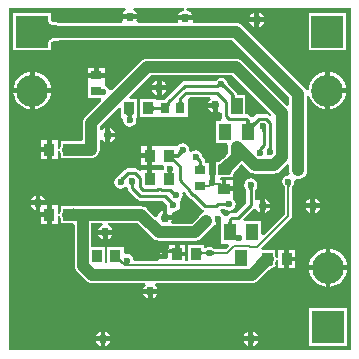
<source format=gbl>
G04*
G04 #@! TF.GenerationSoftware,Altium Limited,Altium Designer,20.0.12 (288)*
G04*
G04 Layer_Physical_Order=2*
G04 Layer_Color=16711680*
%FSLAX44Y44*%
%MOMM*%
G71*
G01*
G75*
%ADD10C,0.2000*%
%ADD11C,0.2500*%
%ADD32R,0.9000X1.0500*%
%ADD39R,0.8000X0.9500*%
%ADD43C,1.0000*%
%ADD44C,0.3000*%
%ADD47R,2.7000X2.7000*%
%ADD48C,2.7000*%
%ADD49C,0.7500*%
%ADD50C,0.6000*%
%ADD51R,0.9500X0.8000*%
%ADD52R,1.0000X1.4000*%
%ADD53R,1.0500X0.9000*%
G36*
X295000Y5000D02*
X5000D01*
Y295000D01*
X103803D01*
X104410Y293000D01*
X102965Y292035D01*
X101575Y289954D01*
X101485Y289500D01*
X113515D01*
X113425Y289954D01*
X112035Y292035D01*
X110590Y293000D01*
X111197Y295000D01*
X153732D01*
X153929Y293000D01*
X152296Y292675D01*
X150215Y291285D01*
X148825Y289204D01*
X148735Y288750D01*
X160765D01*
X160675Y289204D01*
X159285Y291285D01*
X157204Y292675D01*
X155571Y293000D01*
X155768Y295000D01*
X295000D01*
Y5000D01*
D02*
G37*
%LPC*%
G36*
X217000Y291015D02*
Y287000D01*
X221015D01*
X220925Y287454D01*
X219535Y289535D01*
X217454Y290925D01*
X217000Y291015D01*
D02*
G37*
G36*
X213000D02*
X212546Y290925D01*
X210465Y289535D01*
X209075Y287454D01*
X208985Y287000D01*
X213000D01*
Y291015D01*
D02*
G37*
G36*
X221015Y283000D02*
X217000D01*
Y278985D01*
X217454Y279075D01*
X219535Y280465D01*
X220925Y282546D01*
X221015Y283000D01*
D02*
G37*
G36*
X213000D02*
X208985D01*
X209075Y282546D01*
X210465Y280465D01*
X212546Y279075D01*
X213000Y278985D01*
Y283000D01*
D02*
G37*
G36*
X291000Y291000D02*
X259000D01*
Y259000D01*
X291000D01*
Y291000D01*
D02*
G37*
G36*
X86540Y244540D02*
X81250D01*
Y240000D01*
X86540D01*
Y244540D01*
D02*
G37*
G36*
X77250D02*
X71960D01*
Y240000D01*
X77250D01*
Y244540D01*
D02*
G37*
G36*
X134500Y233515D02*
Y229500D01*
X138515D01*
X138425Y229954D01*
X137035Y232035D01*
X134954Y233425D01*
X134500Y233515D01*
D02*
G37*
G36*
X130500D02*
X130046Y233425D01*
X127965Y232035D01*
X126575Y229954D01*
X126485Y229500D01*
X130500D01*
Y233515D01*
D02*
G37*
G36*
X27000Y240921D02*
Y227000D01*
X40921D01*
X40808Y228144D01*
X39891Y231168D01*
X38401Y233955D01*
X36397Y236397D01*
X33955Y238401D01*
X31168Y239891D01*
X28144Y240808D01*
X27000Y240921D01*
D02*
G37*
G36*
X277000D02*
Y227000D01*
X290921D01*
X290808Y228144D01*
X289891Y231168D01*
X288401Y233955D01*
X286397Y236397D01*
X283955Y238401D01*
X281168Y239891D01*
X278144Y240808D01*
X277000Y240921D01*
D02*
G37*
G36*
X23000D02*
X21856Y240808D01*
X18832Y239891D01*
X16046Y238401D01*
X13603Y236397D01*
X11599Y233955D01*
X10109Y231168D01*
X9192Y228144D01*
X9079Y227000D01*
X23000D01*
Y240921D01*
D02*
G37*
G36*
X138515Y225500D02*
X134500D01*
Y221485D01*
X134954Y221575D01*
X137035Y222965D01*
X138425Y225046D01*
X138515Y225500D01*
D02*
G37*
G36*
X130500D02*
X126485D01*
X126575Y225046D01*
X127965Y222965D01*
X130046Y221575D01*
X130500Y221485D01*
Y225500D01*
D02*
G37*
G36*
X41000Y291000D02*
X9000D01*
Y259000D01*
X41000D01*
Y264979D01*
X41043Y265383D01*
X41137Y265648D01*
X41294Y265884D01*
X41588Y266156D01*
X42098Y266467D01*
X42865Y266779D01*
X43895Y267056D01*
X45180Y267269D01*
X46709Y267404D01*
X47902Y267435D01*
X194367D01*
X242435Y219367D01*
Y212878D01*
X240435Y212050D01*
X202493Y249992D01*
X201030Y251115D01*
X199327Y251820D01*
X197500Y252060D01*
X122351D01*
X120523Y251820D01*
X118820Y251115D01*
X117358Y249992D01*
X92560Y225194D01*
X90561Y225618D01*
X90332Y225795D01*
X89215Y227465D01*
X87396Y228681D01*
X86500Y228859D01*
Y231460D01*
X86540D01*
Y236000D01*
X79250D01*
X71960D01*
Y231460D01*
X72000D01*
Y218500D01*
X82833D01*
X82956Y218418D01*
X83132Y218189D01*
X83556Y216190D01*
X70008Y202642D01*
X68885Y201180D01*
X68180Y199477D01*
X67940Y197649D01*
Y183486D01*
X66517Y182080D01*
X62000Y182133D01*
Y182250D01*
X60018D01*
X59974Y182259D01*
X59972Y182258D01*
X59970Y182259D01*
X59926Y182250D01*
X49000D01*
Y177599D01*
X48680Y176827D01*
X48594Y176170D01*
X48540Y175763D01*
X46540Y175894D01*
Y182790D01*
X41500D01*
Y175000D01*
Y167210D01*
X46540D01*
Y174106D01*
X48540Y174237D01*
X48594Y173829D01*
X48680Y173173D01*
X49000Y172400D01*
Y167750D01*
X59926D01*
X59970Y167741D01*
X59992Y167746D01*
X60014Y167742D01*
X60389Y167750D01*
X62000D01*
Y167785D01*
X69026Y167939D01*
X75000D01*
X76827Y168180D01*
X78530Y168885D01*
X79992Y170007D01*
X81115Y171470D01*
X81820Y173173D01*
X82060Y175000D01*
Y182964D01*
X84060Y183571D01*
X84465Y182965D01*
X86546Y181575D01*
X87000Y181485D01*
Y187500D01*
Y193515D01*
X86546Y193425D01*
X84465Y192035D01*
X84060Y191429D01*
X82060Y192036D01*
Y194725D01*
X98152Y210817D01*
X100000Y210051D01*
Y202250D01*
X100301D01*
X101942Y200250D01*
X101892Y200000D01*
X102319Y197854D01*
X103535Y196035D01*
X105354Y194819D01*
X107500Y194392D01*
X109646Y194819D01*
X111465Y196035D01*
X112681Y197854D01*
X113108Y200000D01*
X113058Y200250D01*
X114000Y202250D01*
X114000D01*
Y217750D01*
X107698D01*
X106933Y219598D01*
X125275Y237940D01*
X194576D01*
X228158Y204357D01*
X228085Y203990D01*
X225915Y203331D01*
X225292Y203954D01*
X224052Y204782D01*
X222589Y205073D01*
X216750D01*
X215287Y204782D01*
X214046Y203954D01*
X212598Y202505D01*
X210204Y202489D01*
X208739Y203954D01*
X207499Y204782D01*
X206035Y205073D01*
X205500D01*
Y221500D01*
X198759D01*
X198511Y222745D01*
X197682Y223986D01*
X190851Y230817D01*
X190751Y230937D01*
X190692Y231020D01*
X190631Y231116D01*
X190585Y231199D01*
X190552Y231269D01*
X190529Y231327D01*
X190514Y231374D01*
X190484Y231506D01*
X190397Y231696D01*
X190237Y232500D01*
X189022Y234320D01*
X187202Y235535D01*
X185056Y235962D01*
X182910Y235535D01*
X181091Y234320D01*
X180293Y233125D01*
X154301D01*
X152838Y232834D01*
X151598Y232005D01*
X137546Y217954D01*
X137076Y217250D01*
X131000D01*
X130000Y217750D01*
Y217750D01*
X116000D01*
Y202250D01*
X130000D01*
Y202250D01*
X131000Y202750D01*
X157000D01*
Y217250D01*
X157000D01*
X156927Y217426D01*
X158263Y219427D01*
X175445D01*
X176051Y217427D01*
X175465Y217035D01*
X174075Y214954D01*
X173985Y214500D01*
X180000D01*
Y212500D01*
X182000D01*
Y206485D01*
X182454Y206575D01*
X183426Y207225D01*
X185427Y206156D01*
Y203447D01*
X185718Y201984D01*
X186041Y201500D01*
X185081Y199500D01*
X181000D01*
Y180500D01*
X189774D01*
X191151Y178500D01*
X191028Y177565D01*
Y171762D01*
X188858Y169593D01*
X186562Y167474D01*
X184587Y165860D01*
X183801Y165302D01*
X183133Y164890D01*
X182625Y164636D01*
X182327Y164534D01*
X182078Y164500D01*
X180250D01*
Y162334D01*
X180247Y162312D01*
X180250Y162302D01*
Y153898D01*
X179500Y153317D01*
Y146850D01*
X175500D01*
Y153317D01*
X174750Y153898D01*
Y164000D01*
X171323D01*
Y165000D01*
X171032Y166463D01*
X170204Y167704D01*
X169095Y168812D01*
X169059Y168861D01*
X169011Y168935D01*
X168996Y168963D01*
X168575Y171081D01*
X167359Y172901D01*
X165540Y174116D01*
X163394Y174543D01*
X161248Y174116D01*
X159775Y173132D01*
X158464Y173690D01*
X157933Y174124D01*
X158107Y175000D01*
X157681Y177146D01*
X156465Y178965D01*
X154646Y180180D01*
X152500Y180607D01*
X150354Y180180D01*
X148534Y178965D01*
X148532Y178961D01*
X148239Y178528D01*
X147500Y177750D01*
X133523D01*
X131540Y177790D01*
X131517Y177790D01*
X126500D01*
Y170000D01*
Y162210D01*
X131517D01*
X131540Y162210D01*
X133523Y162250D01*
X135780D01*
X136535Y160838D01*
X136665Y160250D01*
X136280Y158316D01*
X135816Y157750D01*
X133500D01*
Y157750D01*
X131540Y157790D01*
Y157790D01*
X131517Y157790D01*
X126500D01*
Y150000D01*
X122500D01*
Y157790D01*
X117460D01*
Y157790D01*
X115856Y157126D01*
X114890Y158091D01*
X113650Y158920D01*
X112187Y159211D01*
X106181D01*
X104718Y158920D01*
X103477Y158091D01*
X98013Y152627D01*
X97821Y152460D01*
X97676Y152346D01*
X96034Y151250D01*
X94819Y149430D01*
X94392Y147284D01*
X94819Y145138D01*
X96034Y143319D01*
X97854Y142103D01*
X100000Y141677D01*
X102146Y142103D01*
X103965Y143319D01*
X103970Y143326D01*
X104080Y143401D01*
X106030Y142809D01*
Y142522D01*
X106321Y141059D01*
X107150Y139819D01*
X113922Y133046D01*
X115163Y132218D01*
X116626Y131927D01*
X135620D01*
X139036Y128511D01*
X139057Y128482D01*
X139085Y128435D01*
X139085Y128434D01*
X139083Y128376D01*
X139085Y128363D01*
X139008Y127974D01*
X139434Y125828D01*
X139635Y125528D01*
X139500Y125326D01*
Y119500D01*
X143515D01*
X143425Y119954D01*
X142955Y120657D01*
X144158Y122457D01*
X144615Y122366D01*
X146761Y122793D01*
X148581Y124009D01*
X149796Y125828D01*
X150223Y127974D01*
X149796Y130120D01*
X150602Y132514D01*
X150891Y132707D01*
X152106Y134526D01*
X152533Y136672D01*
X152183Y138431D01*
X153337Y139382D01*
X153833Y139610D01*
X155345Y138097D01*
X155468Y137483D01*
X156296Y136243D01*
X158493Y134046D01*
X159733Y133217D01*
X160347Y133095D01*
X168646Y124796D01*
X169887Y123968D01*
X170595Y123827D01*
X170673Y121820D01*
X168970Y121115D01*
X167508Y119992D01*
X166385Y118530D01*
X166167Y118002D01*
X160225Y112060D01*
X143836D01*
X142767Y114060D01*
X143425Y115046D01*
X143515Y115500D01*
X137500D01*
Y117500D01*
X135500D01*
Y123515D01*
X135046Y123425D01*
X132965Y122035D01*
X131575Y119954D01*
X131373Y118940D01*
X129203Y118282D01*
X122493Y124992D01*
X121030Y126115D01*
X119327Y126820D01*
X117500Y127060D01*
X68186D01*
X62000Y127133D01*
Y127250D01*
X60017D01*
X59974Y127259D01*
X59971Y127258D01*
X59970Y127259D01*
X59926Y127250D01*
X49000D01*
Y122599D01*
X48680Y121827D01*
X48594Y121170D01*
X48540Y120762D01*
X46540Y120893D01*
Y127790D01*
X41500D01*
Y120000D01*
Y112210D01*
X46540D01*
Y119106D01*
X48540Y119237D01*
X48594Y118829D01*
X48680Y118172D01*
X49000Y117400D01*
Y112750D01*
X59926D01*
X59970Y112741D01*
X60280Y112234D01*
X60940Y110973D01*
Y76851D01*
X61180Y75023D01*
X61886Y73320D01*
X63008Y71858D01*
X70858Y64008D01*
X72321Y62885D01*
X74024Y62180D01*
X75851Y61940D01*
X120464D01*
X121071Y59940D01*
X120465Y59535D01*
X119075Y57454D01*
X118985Y57000D01*
X131015D01*
X130925Y57454D01*
X129535Y59535D01*
X128929Y59940D01*
X129536Y61940D01*
X210750D01*
X212577Y62180D01*
X214280Y62885D01*
X215742Y64008D01*
X221152Y69417D01*
X223058Y71241D01*
X225289Y73142D01*
X226231Y73849D01*
X227076Y74414D01*
X227797Y74825D01*
X228372Y75085D01*
X228769Y75205D01*
X228853Y75215D01*
X230839Y75250D01*
D01*
X231000Y75250D01*
X231003Y77123D01*
X231000Y77145D01*
X231000Y77250D01*
Y79901D01*
X231320Y80673D01*
X231406Y81330D01*
X231460Y81737D01*
X233460Y81606D01*
Y74710D01*
X238500D01*
Y82500D01*
Y90290D01*
X233460D01*
Y83394D01*
X231460Y83263D01*
X231406Y83671D01*
X231320Y84328D01*
X231000Y85100D01*
Y89750D01*
X220197D01*
X220188Y89753D01*
X220166Y89750D01*
X219647D01*
X218819Y91750D01*
X244089Y117020D01*
X244752Y118013D01*
X244985Y119183D01*
X244985Y119184D01*
Y143621D01*
X245004Y143714D01*
X245032Y143806D01*
X245068Y143898D01*
X245114Y143992D01*
X245173Y144091D01*
X245248Y144196D01*
X245316Y144278D01*
X245531Y144421D01*
X246636Y146075D01*
X247024Y148026D01*
X246932Y148488D01*
X247302Y149056D01*
X248648Y150113D01*
X250000Y149935D01*
X251958Y150193D01*
X253782Y150949D01*
X255349Y152151D01*
X256551Y153718D01*
X257307Y155542D01*
X257565Y157500D01*
Y220331D01*
X259565Y220627D01*
X260109Y218832D01*
X261599Y216045D01*
X263603Y213603D01*
X266045Y211599D01*
X268832Y210109D01*
X271856Y209192D01*
X273000Y209079D01*
Y225000D01*
Y240921D01*
X271856Y240808D01*
X268832Y239891D01*
X266045Y238401D01*
X263603Y236397D01*
X261599Y233955D01*
X260109Y231168D01*
X259192Y228144D01*
X258953Y225711D01*
X256913Y225409D01*
X256551Y226282D01*
X255349Y227849D01*
X202849Y280349D01*
X201282Y281551D01*
X199458Y282307D01*
X197500Y282565D01*
X161600D01*
X161127Y283449D01*
X160729Y284565D01*
X160765Y284750D01*
X148735D01*
X148771Y284565D01*
X148373Y283449D01*
X147900Y282565D01*
X114173D01*
X113104Y284565D01*
X113425Y285046D01*
X113515Y285500D01*
X101485D01*
X101575Y285046D01*
X101896Y284565D01*
X100827Y282565D01*
X47902D01*
X46709Y282596D01*
X45180Y282731D01*
X43895Y282944D01*
X42865Y283221D01*
X42098Y283533D01*
X41588Y283844D01*
X41294Y284116D01*
X41137Y284352D01*
X41043Y284617D01*
X41000Y285021D01*
Y291000D01*
D02*
G37*
G36*
X290921Y223000D02*
X277000D01*
Y209079D01*
X278144Y209192D01*
X281168Y210109D01*
X283955Y211599D01*
X286397Y213603D01*
X288401Y216045D01*
X289891Y218832D01*
X290808Y221856D01*
X290921Y223000D01*
D02*
G37*
G36*
X40921D02*
X27000D01*
Y209079D01*
X28144Y209192D01*
X31168Y210109D01*
X33955Y211599D01*
X36397Y213603D01*
X38401Y216045D01*
X39891Y218832D01*
X40808Y221856D01*
X40921Y223000D01*
D02*
G37*
G36*
X23000D02*
X9079D01*
X9192Y221856D01*
X10109Y218832D01*
X11599Y216045D01*
X13603Y213603D01*
X16046Y211599D01*
X18832Y210109D01*
X21856Y209192D01*
X23000Y209079D01*
Y223000D01*
D02*
G37*
G36*
X178000Y210500D02*
X173985D01*
X174075Y210046D01*
X175465Y207965D01*
X177546Y206575D01*
X178000Y206485D01*
Y210500D01*
D02*
G37*
G36*
X91000Y193515D02*
Y189500D01*
X95015D01*
X94925Y189954D01*
X93535Y192035D01*
X91454Y193425D01*
X91000Y193515D01*
D02*
G37*
G36*
X95015Y185500D02*
X91000D01*
Y181485D01*
X91454Y181575D01*
X93535Y182965D01*
X94925Y185046D01*
X95015Y185500D01*
D02*
G37*
G36*
X37500Y182790D02*
X32460D01*
Y177000D01*
X37500D01*
Y182790D01*
D02*
G37*
G36*
X122500Y177790D02*
X117460D01*
Y172000D01*
X122500D01*
Y177790D01*
D02*
G37*
G36*
X37500Y173000D02*
X32460D01*
Y167210D01*
X37500D01*
Y173000D01*
D02*
G37*
G36*
X122500Y168000D02*
X117460D01*
Y162210D01*
X122500D01*
Y168000D01*
D02*
G37*
G36*
X32000Y136015D02*
Y132000D01*
X36015D01*
X35925Y132454D01*
X34535Y134535D01*
X32454Y135925D01*
X32000Y136015D01*
D02*
G37*
G36*
X28000D02*
X27546Y135925D01*
X25465Y134535D01*
X24075Y132454D01*
X23985Y132000D01*
X28000D01*
Y136015D01*
D02*
G37*
G36*
X264500Y133515D02*
Y129500D01*
X268515D01*
X268425Y129954D01*
X267035Y132035D01*
X264954Y133425D01*
X264500Y133515D01*
D02*
G37*
G36*
X260500D02*
X260046Y133425D01*
X257965Y132035D01*
X256575Y129954D01*
X256485Y129500D01*
X260500D01*
Y133515D01*
D02*
G37*
G36*
X28000Y128000D02*
X23985D01*
X24075Y127546D01*
X25465Y125465D01*
X27546Y124075D01*
X28000Y123985D01*
Y128000D01*
D02*
G37*
G36*
X37377D02*
X32000D01*
Y122414D01*
X32460Y122037D01*
Y122000D01*
X37500D01*
Y127851D01*
X37377Y128000D01*
D02*
G37*
G36*
X268515Y125500D02*
X264500D01*
Y121485D01*
X264954Y121575D01*
X267035Y122965D01*
X268425Y125046D01*
X268515Y125500D01*
D02*
G37*
G36*
X260500D02*
X256485D01*
X256575Y125046D01*
X257965Y122965D01*
X260046Y121575D01*
X260500Y121485D01*
Y125500D01*
D02*
G37*
G36*
X37500Y118000D02*
X32460D01*
Y112210D01*
X37500D01*
Y118000D01*
D02*
G37*
G36*
X247540Y90290D02*
X242500D01*
Y84500D01*
X247540D01*
Y90290D01*
D02*
G37*
G36*
X277500Y90921D02*
Y77000D01*
X291421D01*
X291308Y78144D01*
X290391Y81168D01*
X288901Y83954D01*
X286897Y86397D01*
X284454Y88401D01*
X281668Y89891D01*
X278644Y90808D01*
X277500Y90921D01*
D02*
G37*
G36*
X273500D02*
X272356Y90808D01*
X269332Y89891D01*
X266546Y88401D01*
X264103Y86397D01*
X262099Y83954D01*
X260609Y81168D01*
X259692Y78144D01*
X259579Y77000D01*
X273500D01*
Y90921D01*
D02*
G37*
G36*
X247540Y80500D02*
X242500D01*
Y74710D01*
X247540D01*
Y80500D01*
D02*
G37*
G36*
X273500Y73000D02*
X259579D01*
X259692Y71856D01*
X260609Y68832D01*
X262099Y66045D01*
X264103Y63603D01*
X266546Y61599D01*
X269332Y60109D01*
X272356Y59192D01*
X273500Y59079D01*
Y73000D01*
D02*
G37*
G36*
X291421D02*
X277500D01*
Y59079D01*
X278644Y59192D01*
X281668Y60109D01*
X284454Y61599D01*
X286897Y63603D01*
X288901Y66045D01*
X290391Y68832D01*
X291308Y71856D01*
X291421Y73000D01*
D02*
G37*
G36*
X131015Y53000D02*
X127000D01*
Y48985D01*
X127454Y49075D01*
X129535Y50465D01*
X130925Y52546D01*
X131015Y53000D01*
D02*
G37*
G36*
X123000D02*
X118985D01*
X119075Y52546D01*
X120465Y50465D01*
X122546Y49075D01*
X123000Y48985D01*
Y53000D01*
D02*
G37*
G36*
X212000Y21015D02*
Y17000D01*
X216015D01*
X215925Y17454D01*
X214535Y19535D01*
X212454Y20925D01*
X212000Y21015D01*
D02*
G37*
G36*
X208000D02*
X207546Y20925D01*
X205465Y19535D01*
X204075Y17454D01*
X203985Y17000D01*
X208000D01*
Y21015D01*
D02*
G37*
G36*
X87000D02*
Y17000D01*
X91015D01*
X90925Y17454D01*
X89535Y19535D01*
X87454Y20925D01*
X87000Y21015D01*
D02*
G37*
G36*
X83000D02*
X82546Y20925D01*
X80465Y19535D01*
X79075Y17454D01*
X78985Y17000D01*
X83000D01*
Y21015D01*
D02*
G37*
G36*
X291500Y41000D02*
X259500D01*
Y9000D01*
X291500D01*
Y41000D01*
D02*
G37*
G36*
X216015Y13000D02*
X212000D01*
Y8985D01*
X212454Y9075D01*
X214535Y10465D01*
X215925Y12546D01*
X216015Y13000D01*
D02*
G37*
G36*
X208000D02*
X203985D01*
X204075Y12546D01*
X205465Y10465D01*
X207546Y9075D01*
X208000Y8985D01*
Y13000D01*
D02*
G37*
G36*
X91015D02*
X87000D01*
Y8985D01*
X87454Y9075D01*
X89535Y10465D01*
X90925Y12546D01*
X91015Y13000D01*
D02*
G37*
G36*
X83000D02*
X78985D01*
X79075Y12546D01*
X80465Y10465D01*
X82546Y9075D01*
X83000Y8985D01*
Y13000D01*
D02*
G37*
%LPD*%
G36*
X38539Y284050D02*
X38840Y283200D01*
X39342Y282450D01*
X40044Y281800D01*
X40947Y281250D01*
X42050Y280800D01*
X43354Y280450D01*
X44859Y280200D01*
X46564Y280050D01*
X48470Y280000D01*
Y270000D01*
X46564Y269950D01*
X44859Y269800D01*
X43354Y269550D01*
X42050Y269200D01*
X40947Y268750D01*
X40044Y268200D01*
X39342Y267550D01*
X38840Y266800D01*
X38539Y265950D01*
X38439Y265000D01*
Y285000D01*
X38539Y284050D01*
D02*
G37*
G36*
X188053Y230703D02*
X188123Y230481D01*
X188210Y230259D01*
X188314Y230038D01*
X188436Y229817D01*
X188576Y229597D01*
X188732Y229377D01*
X189098Y228939D01*
X189307Y228721D01*
X187941Y226552D01*
X187718Y226761D01*
X187495Y226943D01*
X187270Y227098D01*
X187046Y227226D01*
X186821Y227327D01*
X186595Y227400D01*
X186369Y227446D01*
X186142Y227465D01*
X185915Y227457D01*
X185687Y227421D01*
X188001Y230926D01*
X188053Y230703D01*
D02*
G37*
G36*
X83952Y224775D02*
X83991Y224769D01*
X84057Y224765D01*
X85001Y224750D01*
X85250Y224750D01*
Y222250D01*
X83939Y222220D01*
Y224781D01*
X83952Y224775D01*
D02*
G37*
G36*
X82813Y221750D02*
X82728Y221845D01*
X82616Y221930D01*
X82477Y222005D01*
X82311Y222070D01*
X82118Y222125D01*
X81898Y222170D01*
X81651Y222205D01*
X81077Y222245D01*
X80750Y222250D01*
Y224750D01*
X81077Y224755D01*
X81651Y224795D01*
X81898Y224830D01*
X82118Y224875D01*
X82311Y224930D01*
X82477Y224995D01*
X82616Y225070D01*
X82728Y225155D01*
X82813Y225250D01*
Y221750D01*
D02*
G37*
G36*
X196239Y220843D02*
X196271Y220450D01*
X196324Y220103D01*
X196399Y219802D01*
X196495Y219548D01*
X196611Y219340D01*
X196749Y219178D01*
X196909Y219062D01*
X197090Y218993D01*
X197291Y218969D01*
X193030D01*
X193163Y218993D01*
X193282Y219062D01*
X193387Y219178D01*
X193477Y219340D01*
X193554Y219548D01*
X193617Y219802D01*
X193666Y220103D01*
X193701Y220450D01*
X193729Y221282D01*
X196229D01*
X196239Y220843D01*
D02*
G37*
G36*
X151762Y216739D02*
X151800Y216309D01*
X151862Y215929D01*
X151950Y215600D01*
X152062Y215322D01*
X152200Y215094D01*
X152362Y214917D01*
X152550Y214790D01*
X152762Y214714D01*
X153000Y214689D01*
X148000D01*
X148237Y214714D01*
X148450Y214790D01*
X148637Y214917D01*
X148800Y215094D01*
X148937Y215322D01*
X149050Y215600D01*
X149137Y215929D01*
X149200Y216309D01*
X149237Y216739D01*
X149250Y217220D01*
X151750D01*
X151762Y216739D01*
D02*
G37*
G36*
X133561Y207500D02*
X133536Y207738D01*
X133460Y207950D01*
X133333Y208137D01*
X133156Y208300D01*
X132928Y208438D01*
X132650Y208550D01*
X132321Y208638D01*
X131941Y208700D01*
X131511Y208738D01*
X131031Y208750D01*
Y211250D01*
X131511Y211262D01*
X131941Y211300D01*
X132321Y211362D01*
X132650Y211450D01*
X132928Y211562D01*
X133156Y211700D01*
X133333Y211863D01*
X133460Y212050D01*
X133536Y212262D01*
X133561Y212500D01*
Y207500D01*
D02*
G37*
G36*
X127494Y212262D02*
X127570Y212050D01*
X127695Y211863D01*
X127870Y211700D01*
X128095Y211562D01*
X128370Y211450D01*
X128694Y211362D01*
X129069Y211300D01*
X129494Y211262D01*
X129970Y211250D01*
Y208750D01*
X129494Y208738D01*
X129069Y208700D01*
X128694Y208638D01*
X128370Y208550D01*
X128095Y208438D01*
X127870Y208300D01*
X127695Y208137D01*
X127570Y207950D01*
X127494Y207738D01*
X127470Y207500D01*
Y212500D01*
X127494Y212262D01*
D02*
G37*
G36*
X110215Y204781D02*
X109960Y204690D01*
X109735Y204538D01*
X109540Y204326D01*
X109375Y204053D01*
X109240Y203720D01*
X109135Y203326D01*
X109110Y203175D01*
X109150Y203000D01*
X109216Y202786D01*
X109294Y202593D01*
X109384Y202421D01*
X109486Y202271D01*
X109600Y202142D01*
X109009D01*
X109000Y201780D01*
X106000D01*
X105990Y202142D01*
X105400D01*
X105514Y202271D01*
X105616Y202421D01*
X105706Y202593D01*
X105784Y202786D01*
X105850Y203000D01*
X105890Y203175D01*
X105865Y203326D01*
X105760Y203720D01*
X105625Y204053D01*
X105460Y204326D01*
X105265Y204538D01*
X105040Y204690D01*
X104785Y204781D01*
X104500Y204811D01*
X110500D01*
X110215Y204781D01*
D02*
G37*
G36*
X208762Y198995D02*
X208800Y198570D01*
X208862Y198195D01*
X208950Y197869D01*
X209062Y197595D01*
X209200Y197369D01*
X209363Y197194D01*
X209550Y197069D01*
X209762Y196994D01*
X210000Y196970D01*
X208934D01*
X209128Y196828D01*
X209358Y196757D01*
X209623D01*
X209924Y196828D01*
X210260Y196970D01*
X210631Y197182D01*
X211038Y197465D01*
X211480Y197818D01*
X212470Y198737D01*
X214237Y196970D01*
X213742Y196457D01*
X212964Y195538D01*
X212682Y195131D01*
X212470Y194760D01*
X212328Y194424D01*
X212257Y194123D01*
Y193858D01*
X212328Y193628D01*
X212470Y193434D01*
X208934Y196970D01*
X205000D01*
X205238Y196994D01*
X205450Y197069D01*
X205637Y197194D01*
X205800Y197369D01*
X205938Y197595D01*
X206050Y197869D01*
X206138Y198195D01*
X206200Y198570D01*
X206238Y198995D01*
X206250Y199470D01*
X208750D01*
X208762Y198995D01*
D02*
G37*
G36*
X222736Y193732D02*
X222686Y193526D01*
X222643Y193281D01*
X222573Y192674D01*
X222526Y191911D01*
X222500Y190473D01*
X220000Y190200D01*
X219990Y190510D01*
X219959Y190795D01*
X219909Y191055D01*
X219837Y191290D01*
X219746Y191500D01*
X219634Y191685D01*
X219502Y191846D01*
X219350Y191981D01*
X219177Y192092D01*
X218984Y192177D01*
X222791Y193900D01*
X222736Y193732D01*
D02*
G37*
G36*
X227696Y177137D02*
X227721Y176848D01*
X227764Y176574D01*
X227823Y176313D01*
X227900Y176068D01*
X227993Y175837D01*
X228104Y175620D01*
X228231Y175417D01*
X228376Y175229D01*
X228537Y175055D01*
X224337D01*
X224499Y175229D01*
X224643Y175417D01*
X224771Y175620D01*
X224881Y175837D01*
X224975Y176068D01*
X225051Y176313D01*
X225111Y176574D01*
X225153Y176848D01*
X225179Y177137D01*
X225187Y177440D01*
X227687D01*
X227696Y177137D01*
D02*
G37*
G36*
X219206Y174218D02*
X216647Y174626D01*
X216661Y174642D01*
X216674Y174681D01*
X216686Y174743D01*
X216696Y174828D01*
X216716Y175222D01*
X216723Y175823D01*
X219223D01*
X219206Y174218D01*
D02*
G37*
G36*
X152470Y172000D02*
X152233Y171991D01*
X151997Y171960D01*
X151764Y171907D01*
X151532Y171832D01*
X151303Y171735D01*
X151075Y171615D01*
X150849Y171473D01*
X150625Y171309D01*
X150403Y171123D01*
X150182Y170915D01*
X148415Y172682D01*
X148623Y172903D01*
X148809Y173125D01*
X148973Y173349D01*
X149115Y173575D01*
X149235Y173803D01*
X149332Y174032D01*
X149407Y174264D01*
X149460Y174497D01*
X149491Y174732D01*
X149500Y174970D01*
X152470Y172000D01*
D02*
G37*
G36*
X60069Y180178D02*
X60370Y180140D01*
X60869Y180107D01*
X69970Y180000D01*
Y170000D01*
X59970Y169780D01*
Y180219D01*
X60069Y180178D01*
D02*
G37*
G36*
X144964Y172263D02*
X145040Y172050D01*
X145167Y171863D01*
X145344Y171700D01*
X145572Y171563D01*
X145850Y171450D01*
X146179Y171363D01*
X146559Y171300D01*
X146989Y171263D01*
X147470Y171250D01*
Y168750D01*
X146989Y168738D01*
X146559Y168700D01*
X146179Y168638D01*
X145850Y168550D01*
X145572Y168438D01*
X145344Y168300D01*
X145167Y168138D01*
X145040Y167950D01*
X144964Y167738D01*
X144939Y167500D01*
Y172500D01*
X144964Y172263D01*
D02*
G37*
G36*
X166410Y168790D02*
X166449Y168555D01*
X166509Y168323D01*
X166590Y168092D01*
X166693Y167863D01*
X166817Y167635D01*
X166961Y167410D01*
X167127Y167187D01*
X167314Y166965D01*
X167523Y166745D01*
X165833Y164899D01*
X165612Y165107D01*
X165390Y165292D01*
X165165Y165455D01*
X164939Y165593D01*
X164711Y165709D01*
X164481Y165802D01*
X164250Y165871D01*
X164016Y165917D01*
X163781Y165940D01*
X163545Y165939D01*
X166392Y169026D01*
X166410Y168790D01*
D02*
G37*
G36*
X168762Y163489D02*
X168800Y163058D01*
X168862Y162679D01*
X168950Y162350D01*
X169062Y162072D01*
X169200Y161844D01*
X169363Y161667D01*
X169550Y161540D01*
X169762Y161464D01*
X170000Y161439D01*
X165000D01*
X165238Y161464D01*
X165450Y161540D01*
X165637Y161667D01*
X165800Y161844D01*
X165938Y162072D01*
X166050Y162350D01*
X166138Y162679D01*
X166200Y163058D01*
X166238Y163489D01*
X166250Y163969D01*
X168750D01*
X168762Y163489D01*
D02*
G37*
G36*
X143151Y157239D02*
X143188Y156809D01*
X143251Y156429D01*
X143318Y156174D01*
X143988D01*
X143827Y156000D01*
X143682Y155812D01*
X143567Y155629D01*
X143588Y155594D01*
X143750Y155417D01*
X143938Y155290D01*
X144150Y155215D01*
X144388Y155189D01*
X143362D01*
X143350Y155161D01*
X143274Y154916D01*
X143215Y154655D01*
X143172Y154381D01*
X143146Y154092D01*
X143138Y153789D01*
X140638D01*
X140630Y154092D01*
X140604Y154381D01*
X140562Y154655D01*
X140502Y154916D01*
X140426Y155161D01*
X140414Y155189D01*
X139388D01*
X139626Y155215D01*
X139838Y155290D01*
X140026Y155417D01*
X140188Y155594D01*
X140209Y155629D01*
X140094Y155812D01*
X139950Y156000D01*
X139788Y156174D01*
X140458D01*
X140526Y156429D01*
X140588Y156809D01*
X140625Y157239D01*
X140638Y157720D01*
X143138D01*
X143151Y157239D01*
D02*
G37*
G36*
X199791Y163469D02*
X198447Y162097D01*
X195265Y158485D01*
X194487Y157449D01*
X193851Y156497D01*
X193356Y155629D01*
X193002Y154846D01*
X192790Y154146D01*
X192720Y153530D01*
X182281Y162469D01*
X182801Y162540D01*
X183416Y162752D01*
X184125Y163106D01*
X184928Y163601D01*
X185824Y164237D01*
X187900Y165934D01*
X190352Y168197D01*
X191720Y169540D01*
X199791Y163469D01*
D02*
G37*
G36*
X208365Y156757D02*
X209828Y155635D01*
X211530Y154930D01*
X213358Y154690D01*
X229417D01*
X231244Y154930D01*
X232947Y155635D01*
X234409Y156757D01*
X240435Y162783D01*
X242435Y161955D01*
Y157500D01*
X242693Y155542D01*
X242933Y154963D01*
X242523Y154214D01*
X241560Y153051D01*
X239975Y152736D01*
X238321Y151631D01*
X237216Y149977D01*
X236828Y148026D01*
X237216Y146075D01*
X238321Y144421D01*
X238536Y144278D01*
X238604Y144196D01*
X238679Y144091D01*
X238738Y143992D01*
X238784Y143898D01*
X238820Y143806D01*
X238848Y143714D01*
X238867Y143621D01*
Y120450D01*
X220848Y102431D01*
X219000Y103196D01*
Y114500D01*
X204428D01*
X203316Y116217D01*
X212012Y124913D01*
X212869Y124864D01*
X214177Y124544D01*
X214305Y124452D01*
X215465Y122715D01*
X217546Y121325D01*
X218000Y121235D01*
Y127250D01*
Y133265D01*
X217546Y133175D01*
X215823Y132024D01*
X214515Y132436D01*
X213823Y132910D01*
Y140807D01*
X213832Y140859D01*
X213849Y140935D01*
X213857Y140963D01*
X213965Y141035D01*
X215181Y142854D01*
X215608Y145000D01*
X215181Y147146D01*
X213965Y148965D01*
X212146Y150181D01*
X210000Y150608D01*
X207854Y150181D01*
X206035Y148965D01*
X204819Y147146D01*
X204392Y145000D01*
X204819Y142854D01*
X206035Y141035D01*
X206143Y140963D01*
X206151Y140935D01*
X206168Y140859D01*
X206177Y140807D01*
Y129891D01*
X197609Y121323D01*
X193965D01*
X192501Y121032D01*
X191261Y120204D01*
X189796Y118739D01*
X189790Y118729D01*
X188648Y118793D01*
X187595Y119044D01*
X186503Y120677D01*
X184671Y121902D01*
X184435Y121948D01*
X183756Y124123D01*
X184527Y124919D01*
X187498D01*
X187551Y124911D01*
X187626Y124894D01*
X187654Y124885D01*
X187726Y124777D01*
X189545Y123562D01*
X191691Y123135D01*
X193838Y123562D01*
X195657Y124777D01*
X196872Y126597D01*
X197299Y128743D01*
X196872Y130889D01*
X195657Y132708D01*
X195280Y132960D01*
X195290Y134960D01*
X195290Y134960D01*
Y140000D01*
X187500D01*
Y142000D01*
X185500D01*
Y149040D01*
X184414D01*
X184139Y149500D01*
X185272Y151500D01*
X187291D01*
X187750Y151439D01*
X188209Y151500D01*
X192750D01*
X192855Y151500D01*
X192877Y151497D01*
X194750Y151500D01*
Y151661D01*
D01*
X194786Y153647D01*
X194795Y153730D01*
X194916Y154127D01*
X195175Y154703D01*
X195586Y155424D01*
X196152Y156270D01*
X196848Y157197D01*
X199925Y160690D01*
X202179Y162944D01*
X208365Y156757D01*
D02*
G37*
G36*
X103315Y150754D02*
X103103Y150528D01*
X102923Y150305D01*
X102775Y150086D01*
X102661Y149872D01*
X102579Y149661D01*
X102530Y149455D01*
X102514Y149253D01*
X102530Y149054D01*
X102579Y148861D01*
X102660Y148671D01*
X98735Y150005D01*
X98851Y150065D01*
X98981Y150144D01*
X99123Y150242D01*
X99445Y150494D01*
X99818Y150820D01*
X100474Y151449D01*
X103315Y150754D01*
D02*
G37*
G36*
X243817Y145665D02*
X243630Y145439D01*
X243465Y145207D01*
X243322Y144968D01*
X243201Y144723D01*
X243102Y144471D01*
X243025Y144213D01*
X242970Y143948D01*
X242937Y143676D01*
X242926Y143398D01*
X240926D01*
X240915Y143676D01*
X240882Y143948D01*
X240827Y144213D01*
X240750Y144471D01*
X240651Y144723D01*
X240530Y144968D01*
X240387Y145207D01*
X240222Y145439D01*
X240035Y145665D01*
X239826Y145884D01*
X244026D01*
X243817Y145665D01*
D02*
G37*
G36*
X111594Y146323D02*
X111491Y146117D01*
X111400Y145898D01*
X111321Y145667D01*
X111255Y145425D01*
X111200Y145170D01*
X111158Y144904D01*
X111110Y144335D01*
X111103Y144032D01*
X108603Y143395D01*
X108594Y143701D01*
X108564Y143988D01*
X108514Y144255D01*
X108445Y144503D01*
X108356Y144731D01*
X108248Y144940D01*
X108119Y145129D01*
X107971Y145299D01*
X107803Y145450D01*
X107615Y145581D01*
X111709Y146518D01*
X111594Y146323D01*
D02*
G37*
G36*
X211938Y142684D02*
X211794Y142496D01*
X211667Y142293D01*
X211556Y142076D01*
X211462Y141845D01*
X211386Y141599D01*
X211327Y141339D01*
X211284Y141065D01*
X211259Y140776D01*
X211250Y140473D01*
X208750D01*
X208741Y140776D01*
X208716Y141065D01*
X208673Y141339D01*
X208614Y141599D01*
X208538Y141845D01*
X208444Y142076D01*
X208333Y142293D01*
X208206Y142496D01*
X208062Y142684D01*
X207900Y142858D01*
X212100D01*
X211938Y142684D01*
D02*
G37*
G36*
X142794Y131938D02*
X143015Y131750D01*
X143238Y131582D01*
X143462Y131434D01*
X143688Y131306D01*
X143916Y131197D01*
X144145Y131109D01*
X144376Y131041D01*
X144609Y130993D01*
X144843Y130965D01*
X141629Y128262D01*
X141640Y128497D01*
X141626Y128731D01*
X141588Y128964D01*
X141525Y129195D01*
X141439Y129424D01*
X141327Y129652D01*
X141192Y129878D01*
X141032Y130103D01*
X140848Y130326D01*
X140639Y130547D01*
X142575Y132147D01*
X142794Y131938D01*
D02*
G37*
G36*
X189549Y126643D02*
X189375Y126804D01*
X189187Y126949D01*
X188985Y127076D01*
X188768Y127187D01*
X188536Y127280D01*
X188291Y127357D01*
X188031Y127416D01*
X187756Y127459D01*
X187467Y127484D01*
X187164Y127493D01*
Y129993D01*
X187467Y130001D01*
X187756Y130027D01*
X188031Y130069D01*
X188291Y130129D01*
X188536Y130205D01*
X188768Y130299D01*
X188985Y130409D01*
X189187Y130537D01*
X189375Y130681D01*
X189549Y130843D01*
Y126643D01*
D02*
G37*
G36*
X60069Y125178D02*
X60370Y125140D01*
X60869Y125107D01*
X69970Y125000D01*
Y115000D01*
X59970Y114780D01*
Y125219D01*
X60069Y125178D01*
D02*
G37*
G36*
X193762Y113989D02*
X193800Y113559D01*
X193862Y113179D01*
X193950Y112850D01*
X194062Y112572D01*
X194200Y112344D01*
X194363Y112167D01*
X194550Y112040D01*
X194762Y111964D01*
X195000Y111939D01*
X190000D01*
X190238Y111964D01*
X190450Y112040D01*
X190637Y112167D01*
X190800Y112344D01*
X190938Y112572D01*
X191050Y112850D01*
X191138Y113179D01*
X191200Y113559D01*
X191238Y113989D01*
X191250Y114469D01*
X193750D01*
X193762Y113989D01*
D02*
G37*
G36*
X184509Y109894D02*
X185000Y109491D01*
Y95500D01*
X191103D01*
X191932Y93500D01*
X188990Y90559D01*
X179774D01*
X179681Y90578D01*
X179589Y90606D01*
X179497Y90642D01*
X179403Y90688D01*
X179304Y90747D01*
X179199Y90822D01*
X179117Y90890D01*
X178973Y91105D01*
X177319Y92210D01*
X175368Y92598D01*
X173417Y92210D01*
X172250Y91430D01*
X170598Y92037D01*
X170341Y92242D01*
X170250Y92339D01*
Y94000D01*
X157250D01*
Y80819D01*
X154790D01*
Y84750D01*
X147750D01*
Y86750D01*
X145750D01*
Y94540D01*
X140710D01*
Y91658D01*
X139750Y90962D01*
Y84750D01*
X137750D01*
Y82750D01*
X132468D01*
X132314Y82169D01*
X131593Y80819D01*
X111241D01*
X111022Y81086D01*
X110595Y83231D01*
X109379Y85051D01*
X107560Y86266D01*
X105414Y86693D01*
X104500Y86511D01*
X102500Y87976D01*
Y92750D01*
X88500D01*
Y79391D01*
X87500Y78805D01*
X86500Y79391D01*
Y92750D01*
X75061D01*
Y112940D01*
X84422D01*
X84619Y110940D01*
X84546Y110925D01*
X82465Y109535D01*
X81075Y107454D01*
X80985Y107000D01*
X93016D01*
X92925Y107454D01*
X91535Y109535D01*
X89454Y110925D01*
X89382Y110940D01*
X89579Y112940D01*
X114576D01*
X127508Y100007D01*
X128970Y98885D01*
X130673Y98180D01*
X132500Y97940D01*
X163150D01*
X164977Y98180D01*
X166680Y98885D01*
X168142Y100007D01*
X177493Y109358D01*
X178615Y110820D01*
X178671Y110956D01*
X180347Y111464D01*
X180509Y111432D01*
Y116683D01*
X184509D01*
Y109894D01*
D02*
G37*
G36*
X197466Y102262D02*
X197543Y102050D01*
X197670Y101862D01*
X197848Y101700D01*
X198076Y101562D01*
X198354Y101450D01*
X198682Y101362D01*
X199061Y101300D01*
X199490Y101262D01*
X199970Y101250D01*
Y98750D01*
X199494Y98743D01*
X198694Y98685D01*
X198370Y98635D01*
X198095Y98570D01*
X197869Y98491D01*
X197694Y98397D01*
X197570Y98289D01*
X197495Y98167D01*
X197470Y98031D01*
X197439Y102500D01*
X197466Y102262D01*
D02*
G37*
G36*
X143280Y86750D02*
X143255Y86987D01*
X143180Y87200D01*
X143055Y87388D01*
X142880Y87550D01*
X142655Y87688D01*
X142380Y87800D01*
X142055Y87887D01*
X141680Y87950D01*
X141255Y87987D01*
X140780Y88000D01*
Y90500D01*
X141255Y90513D01*
X141680Y90550D01*
X142055Y90612D01*
X142380Y90700D01*
X142655Y90813D01*
X142880Y90950D01*
X143055Y91112D01*
X143180Y91300D01*
X143255Y91512D01*
X143280Y91750D01*
Y86750D01*
D02*
G37*
G36*
X168209Y89310D02*
X168270Y89140D01*
X168372Y88990D01*
X168514Y88860D01*
X168696Y88750D01*
X168920Y88660D01*
X169184Y88590D01*
X169488Y88540D01*
X169833Y88510D01*
X170219Y88500D01*
Y86500D01*
X169833Y86490D01*
X169488Y86460D01*
X169184Y86410D01*
X168920Y86340D01*
X168696Y86250D01*
X168514Y86140D01*
X168372Y86010D01*
X168270Y85860D01*
X168209Y85690D01*
X168189Y85500D01*
Y89500D01*
X168209Y89310D01*
D02*
G37*
G36*
X177730Y89391D02*
X177955Y89204D01*
X178188Y89039D01*
X178426Y88896D01*
X178671Y88775D01*
X178923Y88676D01*
X179182Y88599D01*
X179447Y88544D01*
X179719Y88511D01*
X179997Y88500D01*
Y86500D01*
X179719Y86489D01*
X179447Y86456D01*
X179182Y86401D01*
X178923Y86324D01*
X178671Y86225D01*
X178426Y86104D01*
X178188Y85961D01*
X177955Y85796D01*
X177730Y85609D01*
X177511Y85400D01*
Y89600D01*
X177730Y89391D01*
D02*
G37*
G36*
X173226Y85400D02*
X173007Y85609D01*
X172782Y85796D01*
X172549Y85961D01*
X172311Y86104D01*
X172065Y86225D01*
X171814Y86324D01*
X171555Y86401D01*
X171290Y86456D01*
X171018Y86489D01*
X170740Y86500D01*
Y88500D01*
X171018Y88511D01*
X171290Y88544D01*
X171555Y88599D01*
X171814Y88676D01*
X172065Y88775D01*
X172311Y88896D01*
X172549Y89039D01*
X172782Y89204D01*
X173007Y89391D01*
X173226Y89600D01*
Y85400D01*
D02*
G37*
G36*
X99890Y83170D02*
X99860Y82960D01*
X99879Y82729D01*
X99946Y82477D01*
X100063Y82205D01*
X100229Y81911D01*
X100444Y81597D01*
X100709Y81263D01*
X101022Y80907D01*
X101384Y80531D01*
X100720Y78366D01*
X100276Y78796D01*
X99495Y79464D01*
X99159Y79701D01*
X98858Y79874D01*
X98593Y79984D01*
X98364Y80029D01*
X98171Y80010D01*
X98013Y79928D01*
X97891Y79781D01*
X99970Y83359D01*
X99890Y83170D01*
D02*
G37*
G36*
X197031Y76031D02*
X197010Y76072D01*
X196950Y76109D01*
X196850Y76142D01*
X196710Y76171D01*
X196530Y76195D01*
X196050Y76230D01*
X195030Y76250D01*
Y78250D01*
X195415Y78260D01*
X195758Y78290D01*
X196062Y78340D01*
X196325Y78410D01*
X196549Y78500D01*
X196732Y78610D01*
X196874Y78740D01*
X196977Y78890D01*
X197039Y79060D01*
X197061Y79250D01*
X197031Y76031D01*
D02*
G37*
G36*
X228969Y77281D02*
X228354Y77210D01*
X227654Y76998D01*
X226870Y76644D01*
X226003Y76149D01*
X225051Y75513D01*
X224015Y74735D01*
X221691Y72755D01*
X219030Y70210D01*
X212959Y78281D01*
X214303Y79648D01*
X218263Y84176D01*
X218899Y85073D01*
X219394Y85876D01*
X219748Y86584D01*
X219960Y87199D01*
X220030Y87720D01*
X228969Y77281D01*
D02*
G37*
%LPC*%
G36*
X195290Y149040D02*
X189500D01*
Y144000D01*
X195290D01*
Y149040D01*
D02*
G37*
G36*
X222000Y133265D02*
Y129250D01*
X226015D01*
X225925Y129704D01*
X224535Y131785D01*
X222454Y133175D01*
X222000Y133265D01*
D02*
G37*
G36*
X226015Y125250D02*
X222000D01*
Y121235D01*
X222454Y121325D01*
X224535Y122715D01*
X225925Y124796D01*
X226015Y125250D01*
D02*
G37*
G36*
X93016Y103000D02*
X89000D01*
Y98985D01*
X89454Y99075D01*
X91535Y100465D01*
X92925Y102546D01*
X93016Y103000D01*
D02*
G37*
G36*
X85000D02*
X80985D01*
X81075Y102546D01*
X82465Y100465D01*
X84546Y99075D01*
X85000Y98985D01*
Y103000D01*
D02*
G37*
G36*
X154790Y94540D02*
X149750D01*
Y88750D01*
X154790D01*
Y94540D01*
D02*
G37*
G36*
X135750Y90001D02*
X135588Y89969D01*
X133756Y88744D01*
X132531Y86912D01*
X132499Y86750D01*
X135750D01*
Y90001D01*
D02*
G37*
%LPD*%
D10*
X177500Y146850D02*
X178582D01*
X176831D02*
X177500D01*
X184000Y145500D02*
X187500Y142000D01*
X179932Y145500D02*
X184000D01*
X178582Y146850D02*
X179932Y145500D01*
X167500Y144500D02*
X174481D01*
X176831Y146850D01*
X175368Y87500D02*
X190257D01*
X214993Y92250D02*
X241926Y119183D01*
X195757Y93000D02*
X208243D01*
X208993Y92250D02*
X214993D01*
X208243Y93000D02*
X208993Y92250D01*
X190257Y87500D02*
X195757Y93000D01*
X164500Y87500D02*
X174692D01*
X163750Y86750D02*
X164500Y87500D01*
X103250Y77250D02*
X197750D01*
X95500Y85000D02*
X103250Y77250D01*
X197750D02*
X202000Y81500D01*
X241926Y119183D02*
Y148026D01*
X202000Y81500D02*
Y83000D01*
D11*
X171350Y127500D02*
X180858D01*
X149947Y148903D02*
Y160803D01*
X162100Y136750D02*
X171350Y127500D01*
X149947Y148903D02*
X159000Y139850D01*
Y138947D02*
Y139850D01*
Y138947D02*
X161197Y136750D01*
X162100D01*
X145250Y89250D02*
X147750Y86750D01*
X128250Y89250D02*
X145250D01*
X191447Y201250D02*
X206035D01*
X207500Y192000D02*
Y199785D01*
X206035Y201250D02*
X207500Y199785D01*
X189250Y203447D02*
X191447Y201250D01*
X189250Y203447D02*
Y215447D01*
X181447Y223250D02*
X189250Y215447D01*
X140250Y215250D02*
X154301Y229301D01*
X184387Y229685D02*
X185056Y230354D01*
X181842Y229301D02*
X182225Y229685D01*
X184387D01*
X154301Y229301D02*
X181842D01*
X150500Y210000D02*
Y218429D01*
X155321Y223250D02*
X181447D01*
X150500Y218429D02*
X155321Y223250D01*
X182101Y128743D02*
X191691D01*
X180858Y127500D02*
X182101Y128743D01*
X163394Y168935D02*
X163565D01*
X167500Y165000D01*
X133719Y141728D02*
X134447Y141000D01*
X116250Y143197D02*
X118447Y141000D01*
X130553D02*
X131282Y141728D01*
X134447Y141000D02*
X141500D01*
X144254Y138396D02*
X145978Y136672D01*
X112187Y155388D02*
X116250Y151325D01*
X141500Y141000D02*
X144104Y138396D01*
X109184Y148138D02*
X109853Y147468D01*
Y142522D02*
X116626Y135750D01*
X116250Y143197D02*
Y151325D01*
X144104Y138396D02*
X144254D01*
X116626Y135750D02*
X137204D01*
X109853Y142522D02*
Y147468D01*
X118447Y141000D02*
X130553D01*
X131282Y141728D02*
X133719D01*
X137204Y135750D02*
X144379Y128575D01*
X196250Y100000D02*
X200000D01*
X174692Y87500D02*
X175368D01*
X210000Y128308D02*
Y145000D01*
X79250Y225000D02*
X80750Y223500D01*
X85250D01*
X217973Y172223D02*
Y175823D01*
X217500Y171750D02*
X217973Y172223D01*
Y175823D02*
X221250Y179100D01*
X145308Y165442D02*
X149947Y160803D01*
X140500Y169250D02*
X143750Y166000D01*
X144656D02*
X145215Y165442D01*
X143750Y166000D02*
X144656D01*
X145215Y165442D02*
X145308D01*
X141888Y151388D02*
Y158316D01*
X140500Y150000D02*
X141888Y151388D01*
X222589Y201250D02*
X226437Y197401D01*
Y172913D02*
Y197401D01*
X144379Y128210D02*
X144615Y127974D01*
X145978Y136672D02*
X146925D01*
X144379Y128210D02*
Y128575D01*
X216750Y201250D02*
X222589D01*
X207500Y192000D02*
X216750Y201250D01*
X220000Y194324D02*
Y195000D01*
Y194324D02*
X221250Y193074D01*
Y179100D02*
Y193074D01*
X100000Y149207D02*
X106181Y155388D01*
X100000Y147284D02*
Y149207D01*
X106181Y155388D02*
X112187D01*
X147500Y170000D02*
X152500Y175000D01*
X140500Y170000D02*
X147500D01*
X199192Y117500D02*
X210000Y128308D01*
X193965Y117500D02*
X199192D01*
X192500Y116035D02*
X193965Y117500D01*
X192500Y103750D02*
X196250Y100000D01*
X166750Y144500D02*
X167500D01*
Y157500D02*
Y165000D01*
X192500Y103750D02*
Y105000D01*
Y116035D01*
X207500Y190000D02*
Y192000D01*
X140500Y169250D02*
Y170000D01*
X185473Y230788D02*
X194979Y221282D01*
X184842Y230158D02*
X185473Y230788D01*
X194979Y215021D02*
X198000Y212000D01*
X194979Y215021D02*
Y221282D01*
X140250Y212750D02*
Y215250D01*
X137500Y210000D02*
X140250Y212750D01*
X123000Y210000D02*
X137500D01*
D32*
X95500Y85000D02*
D03*
X79500D02*
D03*
X39500Y175000D02*
D03*
X55500D02*
D03*
X224500Y82500D02*
D03*
X240500D02*
D03*
X163750Y86750D02*
D03*
X147750D02*
D03*
X140500Y150000D02*
D03*
X124500D02*
D03*
X55500Y120000D02*
D03*
X39500D02*
D03*
X107000Y210000D02*
D03*
X123000D02*
D03*
X124500Y170000D02*
D03*
X140500D02*
D03*
D39*
X137500Y210000D02*
D03*
X150500D02*
D03*
D43*
X172500Y114351D02*
Y115000D01*
X163150Y105000D02*
X172500Y114351D01*
X75851Y69000D02*
X210750D01*
X117500Y120000D02*
X132500Y105000D01*
X70000Y120000D02*
X117500D01*
X197500Y245000D02*
X236437Y206063D01*
Y168771D02*
Y206063D01*
X229417Y161750D02*
X236437Y168771D01*
X213358Y161750D02*
X229417D01*
X198088Y177020D02*
X213358Y161750D01*
X198088Y177020D02*
Y177512D01*
X55500Y120000D02*
X70000D01*
X68000Y118000D02*
X70000Y120000D01*
X68000Y76851D02*
Y118000D01*
Y76851D02*
X75851Y69000D01*
X210750D02*
X224250Y82500D01*
X198088Y177512D02*
Y177565D01*
X250000Y157500D02*
Y222500D01*
X224250Y82500D02*
X224500D01*
X132500Y105000D02*
X163150D01*
X25000Y275000D02*
X197500D01*
X250000Y222500D01*
X122351Y245000D02*
X197500D01*
X75000Y197649D02*
X122351Y245000D01*
X55500Y175000D02*
X75000D01*
X198088Y168838D02*
Y177512D01*
X55500Y120000D02*
X55500Y120000D01*
X187750Y158500D02*
X198088Y168838D01*
X75000Y175000D02*
Y197649D01*
D44*
X107500Y200000D02*
Y209500D01*
X79500Y84000D02*
X80000Y84500D01*
X79500Y85000D02*
X80000Y84500D01*
X107000Y210000D02*
X107500Y209500D01*
D47*
X275000Y275000D02*
D03*
X275500Y25000D02*
D03*
X25000Y275000D02*
D03*
D48*
X275000Y225000D02*
D03*
X275500Y75000D02*
D03*
X25000Y225000D02*
D03*
D49*
X87000Y105000D02*
D03*
X172500Y115000D02*
D03*
X137500Y117500D02*
D03*
X220000Y127250D02*
D03*
X30000Y130000D02*
D03*
X70000Y120000D02*
D03*
X198088Y177565D02*
D03*
X250000Y157500D02*
D03*
X107500Y287500D02*
D03*
X180000Y212500D02*
D03*
X132500Y227500D02*
D03*
X125000Y55000D02*
D03*
X154750Y286750D02*
D03*
X210000Y15000D02*
D03*
X215000Y285000D02*
D03*
X85000Y15000D02*
D03*
X89000Y187500D02*
D03*
X262500Y127500D02*
D03*
X75000Y175000D02*
D03*
D50*
X137750Y84750D02*
D03*
X175368Y87500D02*
D03*
X191691Y128743D02*
D03*
X182509Y116683D02*
D03*
X177500Y146850D02*
D03*
X163394Y168935D02*
D03*
X109184Y148138D02*
D03*
X200000Y100000D02*
D03*
X210000Y145000D02*
D03*
X85250Y223500D02*
D03*
X217500Y171750D02*
D03*
X141888Y158316D02*
D03*
X226437Y172913D02*
D03*
X185056Y230354D02*
D03*
X146925Y136672D02*
D03*
X144615Y127974D02*
D03*
X107500Y200000D02*
D03*
X220000Y195000D02*
D03*
X79500Y84000D02*
D03*
X105414Y81086D02*
D03*
X100000Y147284D02*
D03*
X152500Y175000D02*
D03*
X241926Y148026D02*
D03*
D51*
X79250Y225000D02*
D03*
Y238000D02*
D03*
X167500Y157500D02*
D03*
Y144500D02*
D03*
D52*
X192500Y105000D02*
D03*
X211500D02*
D03*
X202000Y83000D02*
D03*
X207500Y190000D02*
D03*
X188500D02*
D03*
X198000Y212000D02*
D03*
D53*
X187500Y158000D02*
D03*
Y142000D02*
D03*
M02*

</source>
